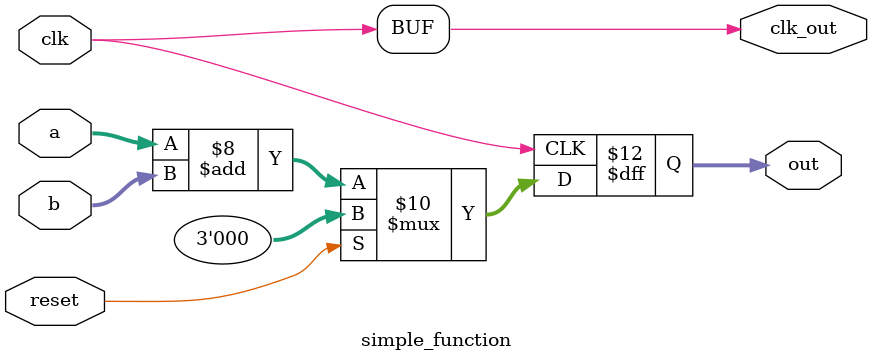
<source format=v>
module simple_function (
clk,
reset,
a,
b,
out,
clk_out
);

input clk;
input reset;
input [1:0] a,b;

output [2:0] out;
output clk_out;

assign clk_out = clk;

always @(posedge clk)
begin
out = func_out(a,b,reset);
end

function [2:0] func_out;
input [1:0] x, y;
input rst;

case(rst)
    1'b0: func_out = x + y;
    default: func_out = 1'b0;
 endcase

endfunction

endmodule
</source>
